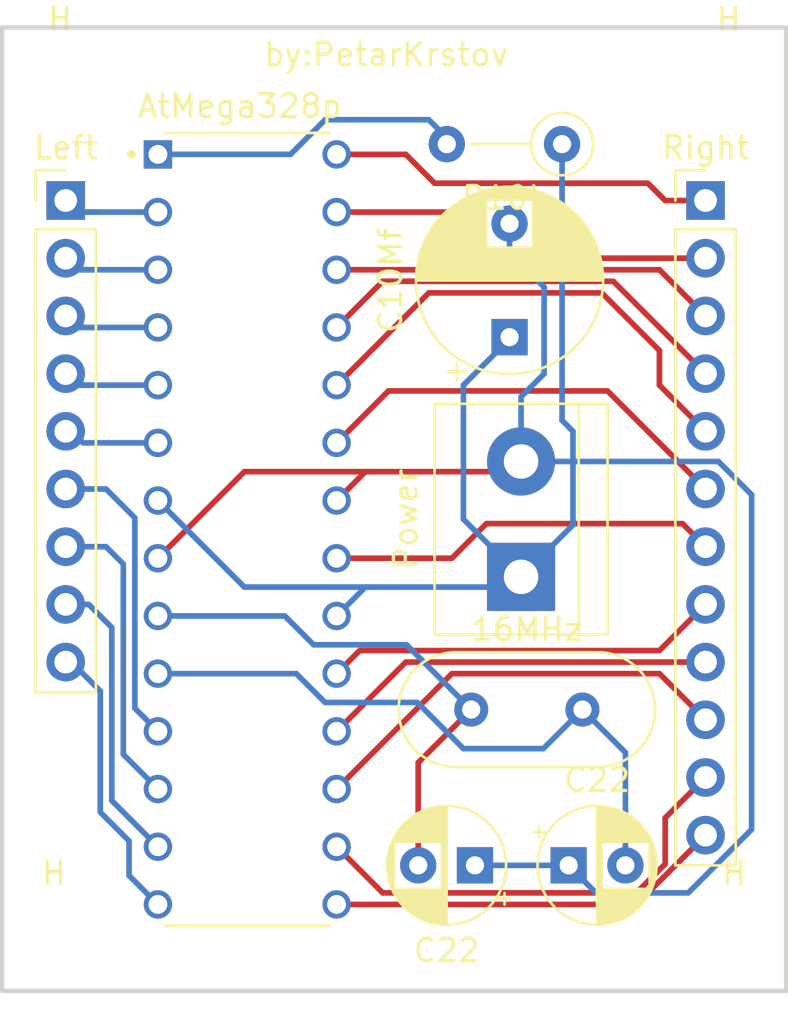
<source format=kicad_pcb>
(kicad_pcb (version 20221018) (generator pcbnew)
  (layers (0 "F.Cu" signal) (31 "B.Cu" signal) (34 "B.Paste" user) (35 "F.Paste" user) (36 "B.SilkS" user "B.Silkscreen") (37 "F.SilkS" user "F.Silkscreen") (38 "B.Mask" user) (39 "F.Mask" user) (44 "Edge.Cuts" user))
  (net 0 "")
  (footprint "Capacitor_THT:CP_Radial_D5.0mm_P2.50mm" (layer "F.Cu") (at 57.15 61.779349 180)
    (fp_text reference "C22" (at 1.25 -3.75) (layer "F.SilkS"))
    (fp_text value "C22")
    (pad "1" thru_hole rect (at 0 0 180) (size 1.6 1.6) (drill 0.8) (layers "*.Cu" "*.Mask"))
    (pad "2" thru_hole circle (at 2.5 0 180) (size 1.6 1.6) (drill 0.8) (layers "*.Cu" "*.Mask"))
  )
  (footprint "Connector_PinHeader_2.54mm:PinHeader_1x09_P2.54mm_Vertical" (layer "F.Cu") (at 39.116 32.512)
    (fp_text reference "Left" (at 0 -2.33) (layer "F.SilkS"))
    (fp_text value "Left")
    (pad "1" thru_hole rect (at 0 0) (size 1.7 1.7) (drill 1) (layers "*.Cu" "*.Mask"))
    (pad "2" thru_hole oval (at 0 2.54) (size 1.7 1.7) (drill 1) (layers "*.Cu" "*.Mask"))
    (pad "3" thru_hole oval (at 0 5.08) (size 1.7 1.7) (drill 1) (layers "*.Cu" "*.Mask"))
    (pad "4" thru_hole oval (at 0 7.62) (size 1.7 1.7) (drill 1) (layers "*.Cu" "*.Mask"))
    (pad "5" thru_hole oval (at 0 10.16) (size 1.7 1.7) (drill 1) (layers "*.Cu" "*.Mask"))
    (pad "6" thru_hole oval (at 0 12.7) (size 1.7 1.7) (drill 1) (layers "*.Cu" "*.Mask"))
    (pad "7" thru_hole oval (at 0 15.24) (size 1.7 1.7) (drill 1) (layers "*.Cu" "*.Mask"))
    (pad "8" thru_hole oval (at 0 17.78) (size 1.7 1.7) (drill 1) (layers "*.Cu" "*.Mask"))
    (pad "9" thru_hole oval (at 0 20.32) (size 1.7 1.7) (drill 1) (layers "*.Cu" "*.Mask"))
  )
  (footprint "MountingHole:MountingHole_2.2mm_M2_DIN965" (layer "F.Cu") (at 38.608 65.024)
    (fp_text reference "H" (at 0 -2.9) (layer "F.SilkS"))
    (fp_text value "H")
    (pad "" np_thru_hole circle (at 0 0) (size 2.2 2.2) (drill 2.2) (layers "*.Cu" "*.Mask"))
  )
  (footprint "Capacitor_THT:CP_Radial_D8.0mm_P5.00mm" (layer "F.Cu") (at 58.674 38.528 90)
    (fp_text reference "C10Mf" (at 2.5 -5.25 90) (layer "F.SilkS"))
    (fp_text value "C10Mf")
    (pad "+" thru_hole rect (at 0 0 90) (size 1.6 1.6) (drill 0.8) (layers "*.Cu" "*.Mask"))
    (pad "-" thru_hole circle (at 5 0 90) (size 1.6 1.6) (drill 0.8) (layers "*.Cu" "*.Mask"))
  )
  (footprint "TerminalBlock:TerminalBlock_bornier-2_P5.08mm" (layer "F.Cu") (at 59.182 49.079349 90)
    (fp_text reference "Power" (at 2.54 -5.08 90) (layer "F.SilkS"))
    (fp_text value "Power")
    (pad "+5v" thru_hole rect (at 0 0 90) (size 3 3) (drill 1.52) (layers "*.Cu" "*.Mask"))
    (pad "GND" thru_hole circle (at 5.08 0 90) (size 3 3) (drill 1.52) (layers "*.Cu" "*.Mask"))
  )
  (footprint "MountingHole:MountingHole_2.2mm_M2_DIN965" (layer "F.Cu") (at 68.58 65.024)
    (fp_text reference "H" (at 0 -2.9) (layer "F.SilkS"))
    (fp_text value "H")
    (pad "" np_thru_hole circle (at 0 0) (size 2.2 2.2) (drill 2.2) (layers "*.Cu" "*.Mask"))
  )
  (footprint "Resistor_THT:R_Axial_DIN0207_L6.3mm_D2.5mm_P5.08mm_Vertical" (layer "F.Cu") (at 60.989 30.029349 180)
    (fp_text reference "R10k" (at 2.54 -2.37) (layer "F.SilkS"))
    (fp_text value "R10k")
    (pad "1" thru_hole circle (at 0 0 180) (size 1.6 1.6) (drill 0.8) (layers "*.Cu" "*.Mask"))
    (pad "2" thru_hole oval (at 5.08 0 180) (size 1.6 1.6) (drill 0.8) (layers "*.Cu" "*.Mask"))
  )
  (footprint "MountingHole:MountingHole_2.2mm_M2_DIN965" (layer "F.Cu") (at 38.862 27.432)
    (fp_text reference "H" (at 0 -2.9) (layer "F.SilkS"))
    (fp_text value "H")
    (pad "" np_thru_hole circle (at 0 0) (size 2.2 2.2) (drill 2.2) (layers "F&B.Cu" "*.Mask"))
  )
  (footprint "Crystal:Crystal_HC18-U_Vertical" (layer "F.Cu") (at 56.986 54.921349)
    (fp_text reference "16MHz" (at 2.45 -3.525) (layer "F.SilkS"))
    (fp_text value "16MHz")
    (pad "1" thru_hole circle (at 0 0) (size 1.5 1.5) (drill 0.8) (layers "*.Cu" "*.Mask"))
    (pad "2" thru_hole circle (at 4.9 0) (size 1.5 1.5) (drill 0.8) (layers "*.Cu" "*.Mask"))
  )
  (footprint "Capacitor_THT:CP_Radial_D5.0mm_P2.50mm" (layer "F.Cu") (at 61.278888 61.779349)
    (fp_text reference "C22" (at 1.25 -3.75) (layer "F.SilkS"))
    (fp_text value "C22")
    (pad "1" thru_hole rect (at 0 0) (size 1.6 1.6) (drill 0.8) (layers "*.Cu" "*.Mask"))
    (pad "2" thru_hole circle (at 2.5 0) (size 1.6 1.6) (drill 0.8) (layers "*.Cu" "*.Mask"))
  )
  (footprint "Connector_PinHeader_2.54mm:PinHeader_1x12_P2.54mm_Vertical" (layer "F.Cu") (at 67.31 32.512)
    (fp_text reference "Right" (at 0 -2.33) (layer "F.SilkS"))
    (fp_text value "Right")
    (pad "1" thru_hole rect (at 0 0) (size 1.7 1.7) (drill 1) (layers "*.Cu" "*.Mask"))
    (pad "2" thru_hole oval (at 0 2.54) (size 1.7 1.7) (drill 1) (layers "*.Cu" "*.Mask"))
    (pad "3" thru_hole oval (at 0 5.08) (size 1.7 1.7) (drill 1) (layers "*.Cu" "*.Mask"))
    (pad "4" thru_hole oval (at 0 7.62) (size 1.7 1.7) (drill 1) (layers "*.Cu" "*.Mask"))
    (pad "5" thru_hole oval (at 0 10.16) (size 1.7 1.7) (drill 1) (layers "*.Cu" "*.Mask"))
    (pad "6" thru_hole oval (at 0 12.7) (size 1.7 1.7) (drill 1) (layers "*.Cu" "*.Mask"))
    (pad "7" thru_hole oval (at 0 15.24) (size 1.7 1.7) (drill 1) (layers "*.Cu" "*.Mask"))
    (pad "8" thru_hole oval (at 0 17.78) (size 1.7 1.7) (drill 1) (layers "*.Cu" "*.Mask"))
    (pad "9" thru_hole oval (at 0 20.32) (size 1.7 1.7) (drill 1) (layers "*.Cu" "*.Mask"))
    (pad "10" thru_hole oval (at 0 22.86) (size 1.7 1.7) (drill 1) (layers "*.Cu" "*.Mask"))
    (pad "11" thru_hole oval (at 0 25.4) (size 1.7 1.7) (drill 1) (layers "*.Cu" "*.Mask"))
    (pad "12" thru_hole oval (at 0 27.94) (size 1.7 1.7) (drill 1) (layers "*.Cu" "*.Mask"))
  )
  (footprint "ATMEGA328-PU:DIP787W46P254L3467H508Q28" (layer "F.Cu") (at 47.117 46.99)
    (fp_text reference "AtMega328p" (at -0.325 -18.635) (layer "F.SilkS"))
    (fp_text value "AtMega328")
    (pad "2" thru_hole circle (at -3.937 -13.97) (size 1.25 1.25) (drill 0.83) (layers "*.Cu" "*.Mask"))
    (pad "3" thru_hole circle (at -3.937 -11.43) (size 1.25 1.25) (drill 0.83) (layers "*.Cu" "*.Mask"))
    (pad "4" thru_hole circle (at -3.937 -8.89) (size 1.25 1.25) (drill 0.83) (layers "*.Cu" "*.Mask"))
    (pad "5" thru_hole circle (at -3.937 -6.35) (size 1.25 1.25) (drill 0.83) (layers "*.Cu" "*.Mask"))
    (pad "6" thru_hole circle (at -3.937 -3.81) (size 1.25 1.25) (drill 0.83) (layers "*.Cu" "*.Mask"))
    (pad "7" thru_hole circle (at -3.937 -1.27) (size 1.25 1.25) (drill 0.83) (layers "*.Cu" "*.Mask"))
    (pad "8" thru_hole circle (at -3.937 1.27) (size 1.25 1.25) (drill 0.83) (layers "*.Cu" "*.Mask"))
    (pad "9" thru_hole circle (at -3.937 3.81) (size 1.25 1.25) (drill 0.83) (layers "*.Cu" "*.Mask"))
    (pad "10" thru_hole circle (at -3.937 6.35) (size 1.25 1.25) (drill 0.83) (layers "*.Cu" "*.Mask"))
    (pad "11" thru_hole circle (at -3.937 8.89) (size 1.25 1.25) (drill 0.83) (layers "*.Cu" "*.Mask"))
    (pad "12" thru_hole circle (at -3.937 11.43) (size 1.25 1.25) (drill 0.83) (layers "*.Cu" "*.Mask"))
    (pad "13" thru_hole circle (at -3.937 13.97) (size 1.25 1.25) (drill 0.83) (layers "*.Cu" "*.Mask"))
    (pad "14" thru_hole circle (at -3.937 16.51) (size 1.25 1.25) (drill 0.83) (layers "*.Cu" "*.Mask"))
    (pad "15" thru_hole circle (at 3.937 16.51) (size 1.25 1.25) (drill 0.83) (layers "*.Cu" "*.Mask"))
    (pad "16" thru_hole circle (at 3.937 13.97) (size 1.25 1.25) (drill 0.83) (layers "*.Cu" "*.Mask"))
    (pad "17" thru_hole circle (at 3.937 11.43) (size 1.25 1.25) (drill 0.83) (layers "*.Cu" "*.Mask"))
    (pad "18" thru_hole circle (at 3.937 8.89) (size 1.25 1.25) (drill 0.83) (layers "*.Cu" "*.Mask"))
    (pad "19" thru_hole circle (at 3.937 6.35) (size 1.25 1.25) (drill 0.83) (layers "*.Cu" "*.Mask"))
    (pad "20" thru_hole circle (at 3.937 3.81) (size 1.25 1.25) (drill 0.83) (layers "*.Cu" "*.Mask"))
    (pad "21" thru_hole circle (at 3.937 1.27) (size 1.25 1.25) (drill 0.83) (layers "*.Cu" "*.Mask"))
    (pad "22" thru_hole circle (at 3.937 -1.27) (size 1.25 1.25) (drill 0.83) (layers "*.Cu" "*.Mask"))
    (pad "23" thru_hole circle (at 3.937 -3.81) (size 1.25 1.25) (drill 0.83) (layers "*.Cu" "*.Mask"))
    (pad "24" thru_hole circle (at 3.937 -6.35) (size 1.25 1.25) (drill 0.83) (layers "*.Cu" "*.Mask"))
    (pad "25" thru_hole circle (at 3.937 -8.89) (size 1.25 1.25) (drill 0.83) (layers "*.Cu" "*.Mask"))
    (pad "26" thru_hole circle (at 3.937 -11.43) (size 1.25 1.25) (drill 0.83) (layers "*.Cu" "*.Mask"))
    (pad "27" thru_hole circle (at 3.937 -13.97) (size 1.25 1.25) (drill 0.83) (layers "*.Cu" "*.Mask"))
    (pad "28" thru_hole circle (at 3.937 -16.51) (size 1.25 1.25) (drill 0.83) (layers "*.Cu" "*.Mask"))
    (pad "RESET" thru_hole rect (at -3.937 -16.51) (size 1.25 1.25) (drill 0.83) (layers "*.Cu" "*.Mask"))
  )
  (footprint "MountingHole:MountingHole_2.2mm_M2_DIN965" (layer "F.Cu") (at 68.326 27.432)
    (fp_text reference "H" (at 0 -2.9) (layer "F.SilkS"))
    (fp_text value "H")
    (pad "" np_thru_hole circle (at 0 0) (size 2.2 2.2) (drill 2.2) (layers "*.Cu" "*.Mask"))
  )
  (gr_rect (start 36.322 24.892) (end 70.866 67.31) (stroke (width 0.2)) (fill none) (layer "Edge.Cuts"))
  (gr_text "by:PetarKrstov" (at 47.752 26.67) (layer "F.SilkS") (effects (font (size 1 1)) (justify left bottom)))
  (segment (start 64.77 31.75) (end 65.532 32.512) (width 0.25) (layer "F.Cu") (net 0))
  (segment (start 56.134 53.34) (end 51.054 58.42) (width 0.25) (layer "F.Cu") (net 0))
  (segment (start 43.18 48.26) (end 46.99 44.45) (width 0.25) (layer "F.Cu") (net 0))
  (segment (start 56.986 54.921349) (end 54.65 57.257349) (width 0.25) (layer "F.Cu") (net 0))
  (segment (start 51.054 48.26) (end 56.134 48.26) (width 0.25) (layer "F.Cu") (net 0))
  (segment (start 65.278 53.34) (end 56.134 53.34) (width 0.25) (layer "F.Cu") (net 0))
  (segment (start 51.054 40.64) (end 55.118 36.576) (width 0.25) (layer "F.Cu") (net 0))
  (segment (start 51.054 30.48) (end 54.102 30.48) (width 0.25) (layer "F.Cu") (net 0))
  (segment (start 53.086 36.068) (end 63.246 36.068) (width 0.25) (layer "F.Cu") (net 0))
  (segment (start 51.054 38.1) (end 53.086 36.068) (width 0.25) (layer "F.Cu") (net 0))
  (segment (start 52.07 52.324) (end 65.278 52.324) (width 0.25) (layer "F.Cu") (net 0))
  (segment (start 56.134 48.26) (end 57.658 46.736) (width 0.25) (layer "F.Cu") (net 0))
  (segment (start 51.054 53.34) (end 52.07 52.324) (width 0.25) (layer "F.Cu") (net 0))
  (segment (start 57.658 46.736) (end 66.294 46.736) (width 0.25) (layer "F.Cu") (net 0))
  (segment (start 64.262 63.5) (end 67.31 60.452) (width 0.25) (layer "F.Cu") (net 0))
  (segment (start 58.731349 44.45) (end 59.182 43.999349) (width 0.25) (layer "F.Cu") (net 0))
  (segment (start 51.054 43.18) (end 53.34 40.894) (width 0.25) (layer "F.Cu") (net 0))
  (segment (start 65.278 40.64) (end 67.31 42.672) (width 0.25) (layer "F.Cu") (net 0))
  (segment (start 65.278 52.324) (end 67.31 50.292) (width 0.25) (layer "F.Cu") (net 0))
  (segment (start 54.102 52.832) (end 67.31 52.832) (width 0.25) (layer "F.Cu") (net 0))
  (segment (start 46.99 44.45) (end 52.578 44.45) (width 0.25) (layer "F.Cu") (net 0))
  (segment (start 65.278 35.56) (end 67.31 37.592) (width 0.25) (layer "F.Cu") (net 0))
  (segment (start 65.278 39.116) (end 65.278 40.64) (width 0.25) (layer "F.Cu") (net 0))
  (segment (start 63.246 36.068) (end 67.31 40.132) (width 0.25) (layer "F.Cu") (net 0))
  (segment (start 55.372 31.75) (end 64.77 31.75) (width 0.25) (layer "F.Cu") (net 0))
  (segment (start 52.324 44.45) (end 52.578 44.45) (width 0.25) (layer "F.Cu") (net 0))
  (segment (start 54.65 57.257349) (end 54.65 61.779349) (width 0.25) (layer "F.Cu") (net 0))
  (segment (start 51.054 35.56) (end 65.278 35.56) (width 0.25) (layer "F.Cu") (net 0))
  (segment (start 51.054 63.5) (end 64.262 63.5) (width 0.25) (layer "F.Cu") (net 0))
  (segment (start 53.086 62.992) (end 64.262 62.992) (width 0.25) (layer "F.Cu") (net 0))
  (segment (start 51.054 55.88) (end 54.102 52.832) (width 0.25) (layer "F.Cu") (net 0))
  (segment (start 54.102 30.48) (end 55.372 31.75) (width 0.25) (layer "F.Cu") (net 0))
  (segment (start 55.88 33.02) (end 51.054 33.02) (width 0.25) (layer "F.Cu") (net 0))
  (segment (start 65.532 32.512) (end 67.31 32.512) (width 0.25) (layer "F.Cu") (net 0))
  (segment (start 55.118 36.576) (end 62.738 36.576) (width 0.25) (layer "F.Cu") (net 0))
  (segment (start 65.532 61.722) (end 65.532 59.69) (width 0.25) (layer "F.Cu") (net 0))
  (segment (start 64.262 62.992) (end 65.532 61.722) (width 0.25) (layer "F.Cu") (net 0))
  (segment (start 51.054 60.96) (end 53.086 62.992) (width 0.25) (layer "F.Cu") (net 0))
  (segment (start 52.578 44.45) (end 58.731349 44.45) (width 0.25) (layer "F.Cu") (net 0))
  (segment (start 66.294 46.736) (end 67.31 47.752) (width 0.25) (layer "F.Cu") (net 0))
  (segment (start 51.054 45.72) (end 52.324 44.45) (width 0.25) (layer "F.Cu") (net 0))
  (segment (start 65.532 59.69) (end 67.31 57.912) (width 0.25) (layer "F.Cu") (net 0))
  (segment (start 57.912 35.052) (end 55.88 33.02) (width 0.25) (layer "F.Cu") (net 0))
  (segment (start 67.31 55.372) (end 65.278 53.34) (width 0.25) (layer "F.Cu") (net 0))
  (segment (start 67.31 35.052) (end 57.912 35.052) (width 0.25) (layer "F.Cu") (net 0))
  (segment (start 62.738 36.576) (end 65.278 39.116) (width 0.25) (layer "F.Cu") (net 0))
  (segment (start 53.34 40.894) (end 62.992 40.894) (width 0.25) (layer "F.Cu") (net 0))
  (segment (start 62.992 40.894) (end 67.31 45.212) (width 0.25) (layer "F.Cu") (net 0))
  (segment (start 39.116 47.752) (end 40.894 47.752) (width 0.25) (layer "B.Cu") (net 0))
  (segment (start 50.546 28.956) (end 55.118 28.956) (width 0.25) (layer "B.Cu") (net 0))
  (segment (start 41.148 58.928) (end 41.148 51.308) (width 0.25) (layer "B.Cu") (net 0))
  (segment (start 59.182 43.999349) (end 59.182 41.148) (width 0.25) (layer "B.Cu") (net 0))
  (segment (start 39.878 40.64) (end 39.37 40.132) (width 0.25) (layer "B.Cu") (net 0))
  (segment (start 43.18 60.96) (end 41.148 58.928) (width 0.25) (layer "B.Cu") (net 0))
  (segment (start 69.342 45.466) (end 67.875349 43.999349) (width 0.25) (layer "B.Cu") (net 0))
  (segment (start 40.64 33.02) (end 39.878 33.02) (width 0.25) (layer "B.Cu") (net 0))
  (segment (start 39.878 38.1) (end 39.37 37.592) (width 0.25) (layer "B.Cu") (net 0))
  (segment (start 39.116 42.672) (end 39.37 42.672) (width 0.25) (layer "B.Cu") (net 0))
  (segment (start 59.182 49.079349) (end 56.642 46.539349) (width 0.25) (layer "B.Cu") (net 0))
  (segment (start 39.878 43.18) (end 43.18 43.18) (width 0.25) (layer "B.Cu") (net 0))
  (segment (start 39.116 40.132) (end 39.624 40.64) (width 0.25) (layer "B.Cu") (net 0))
  (segment (start 61.278888 61.786888) (end 62.484 62.992) (width 0.25) (layer "B.Cu") (net 0))
  (segment (start 61.468 42.672) (end 61.468 46.793349) (width 0.25) (layer "B.Cu") (net 0))
  (segment (start 61.886 54.921349) (end 63.778888 56.814237) (width 0.25) (layer "B.Cu") (net 0))
  (segment (start 40.132 40.64) (end 39.878 40.64) (width 0.25) (layer "B.Cu") (net 0))
  (segment (start 40.64 59.436) (end 41.91 60.706) (width 0.25) (layer "B.Cu") (net 0))
  (segment (start 56.642 46.539349) (end 56.642 40.64) (width 0.25) (layer "B.Cu") (net 0))
  (segment (start 60.989 42.193) (end 61.468 42.672) (width 0.25) (layer "B.Cu") (net 0))
  (segment (start 43.18 45.72) (end 46.99 49.53) (width 0.25) (layer "B.Cu") (net 0))
  (segment (start 49.276 53.34) (end 50.546 54.61) (width 0.25) (layer "B.Cu") (net 0))
  (segment (start 62.484 62.992) (end 66.548 62.992) (width 0.25) (layer "B.Cu") (net 0))
  (segment (start 66.548 62.992) (end 69.342 60.198) (width 0.25) (layer "B.Cu") (net 0))
  (segment (start 39.878 35.56) (end 39.37 35.052) (width 0.25) (layer "B.Cu") (net 0))
  (segment (start 69.342 60.198) (end 69.342 45.466) (width 0.25) (layer "B.Cu") (net 0))
  (segment (start 54.134651 52.07) (end 56.986 54.921349) (width 0.25) (layer "B.Cu") (net 0))
  (segment (start 43.18 30.48) (end 49.022 30.48) (width 0.25) (layer "B.Cu") (net 0))
  (segment (start 42.164 54.864) (end 43.18 55.88) (width 0.25) (layer "B.Cu") (net 0))
  (segment (start 58.674 34.798) (end 58.674 33.528) (width 0.25) (layer "B.Cu") (net 0))
  (segment (start 58.731349 49.53) (end 59.182 49.079349) (width 0.25) (layer "B.Cu") (net 0))
  (segment (start 50.038 52.07) (end 54.134651 52.07) (width 0.25) (layer "B.Cu") (net 0))
  (segment (start 40.386 35.56) (end 39.878 35.56) (width 0.25) (layer "B.Cu") (net 0))
  (segment (start 43.18 38.1) (end 40.64 38.1) (width 0.25) (layer "B.Cu") (net 0))
  (segment (start 46.99 49.53) (end 52.832 49.53) (width 0.25) (layer "B.Cu") (net 0))
  (segment (start 43.18 50.8) (end 48.768 50.8) (width 0.25) (layer "B.Cu") (net 0))
  (segment (start 43.18 35.56) (end 40.386 35.56) (width 0.25) (layer "B.Cu") (net 0))
  (segment (start 39.116 35.052) (end 39.624 35.56) (width 0.25) (layer "B.Cu") (net 0))
  (segment (start 41.656 56.896) (end 43.18 58.42) (width 0.25) (layer "B.Cu") (net 0))
  (segment (start 40.894 47.752) (end 41.656 48.514) (width 0.25) (layer "B.Cu") (net 0))
  (segment (start 60.198 40.132) (end 60.198 36.322) (width 0.25) (layer "B.Cu") (net 0))
  (segment (start 41.91 62.23) (end 43.18 63.5) (width 0.25) (layer "B.Cu") (net 0))
  (segment (start 56.642 56.642) (end 60.165349 56.642) (width 0.25) (layer "B.Cu") (net 0))
  (segment (start 43.18 53.34) (end 49.276 53.34) (width 0.25) (layer "B.Cu") (net 0))
  (segment (start 67.875349 43.999349) (end 59.182 43.999349) (width 0.25) (layer "B.Cu") (net 0))
  (segment (start 48.768 50.8) (end 50.038 52.07) (width 0.25) (layer "B.Cu") (net 0))
  (segment (start 39.116 50.292) (end 40.132 50.292) (width 0.25) (layer "B.Cu") (net 0))
  (segment (start 43.18 33.02) (end 40.64 33.02) (width 0.25) (layer "B.Cu") (net 0))
  (segment (start 55.118 28.956) (end 55.909 29.747) (width 0.25) (layer "B.Cu") (net 0))
  (segment (start 57.15 61.779349) (end 61.278888 61.779349) (width 0.25) (layer "B.Cu") (net 0))
  (segment (start 39.116 52.832) (end 39.37 52.832) (width 0.25) (layer "B.Cu") (net 0))
  (segment (start 60.165349 56.642) (end 61.886 54.921349) (width 0.25) (layer "B.Cu") (net 0))
  (segment (start 41.148 51.308) (end 40.132 50.292) (width 0.25) (layer "B.Cu") (net 0))
  (segment (start 43.18 40.64) (end 40.132 40.64) (width 0.25) (layer "B.Cu") (net 0))
  (segment (start 59.182 41.148) (end 60.198 40.132) (width 0.25) (layer "B.Cu") (net 0))
  (segment (start 60.989 30.029349) (end 60.989 42.193) (width 0.25) (layer "B.Cu") (net 0))
  (segment (start 41.91 60.706) (end 41.91 62.23) (width 0.25) (layer "B.Cu") (net 0))
  (segment (start 61.468 46.793349) (end 59.182 49.079349) (width 0.25) (layer "B.Cu") (net 0))
  (segment (start 52.832 49.53) (end 58.731349 49.53) (width 0.25) (layer "B.Cu") (net 0))
  (segment (start 40.64 54.102) (end 40.64 59.436) (width 0.25) (layer "B.Cu") (net 0))
  (segment (start 39.624 35.56) (end 40.386 35.56) (width 0.25) (layer "B.Cu") (net 0))
  (segment (start 50.546 54.61) (end 54.61 54.61) (width 0.25) (layer "B.Cu") (net 0))
  (segment (start 39.624 40.64) (end 40.132 40.64) (width 0.25) (layer "B.Cu") (net 0))
  (segment (start 56.642 40.64) (end 58.674 38.608) (width 0.25) (layer "B.Cu") (net 0))
  (segment (start 42.164 46.482) (end 42.164 54.864) (width 0.25) (layer "B.Cu") (net 0))
  (segment (start 39.37 42.672) (end 39.878 43.18) (width 0.25) (layer "B.Cu") (net 0))
  (segment (start 61.278888 61.779349) (end 61.278888 61.786888) (width 0.25) (layer "B.Cu") (net 0))
  (segment (start 40.64 33.02) (end 39.624 33.02) (width 0.25) (layer "B.Cu") (net 0))
  (segment (start 39.624 33.02) (end 39.116 32.512) (width 0.25) (layer "B.Cu") (net 0))
  (segment (start 41.656 48.514) (end 41.656 56.896) (width 0.25) (layer "B.Cu") (net 0))
  (segment (start 39.878 33.02) (end 39.37 32.512) (width 0.25) (layer "B.Cu") (net 0))
  (segment (start 39.116 37.592) (end 39.624 38.1) (width 0.25) (layer "B.Cu") (net 0))
  (segment (start 40.894 45.212) (end 42.164 46.482) (width 0.25) (layer "B.Cu") (net 0))
  (segment (start 39.624 38.1) (end 40.64 38.1) (width 0.25) (layer "B.Cu") (net 0))
  (segment (start 39.37 52.832) (end 40.64 54.102) (width 0.25) (layer "B.Cu") (net 0))
  (segment (start 40.64 38.1) (end 39.878 38.1) (width 0.25) (layer "B.Cu") (net 0))
  (segment (start 51.054 50.8) (end 52.324 49.53) (width 0.25) (layer "B.Cu") (net 0))
  (segment (start 55.909 29.747) (end 55.909 30.029349) (width 0.25) (layer "B.Cu") (net 0))
  (segment (start 54.61 54.61) (end 56.642 56.642) (width 0.25) (layer "B.Cu") (net 0))
  (segment (start 63.778888 56.814237) (end 63.778888 61.779349) (width 0.25) (layer "B.Cu") (net 0))
  (segment (start 58.674 38.608) (end 58.674 38.528) (width 0.25) (layer "B.Cu") (net 0))
  (segment (start 39.116 45.212) (end 40.894 45.212) (width 0.25) (layer "B.Cu") (net 0))
  (segment (start 60.198 36.322) (end 58.674 34.798) (width 0.25) (layer "B.Cu") (net 0))
  (segment (start 52.324 49.53) (end 52.832 49.53) (width 0.25) (layer "B.Cu") (net 0))
  (segment (start 49.022 30.48) (end 50.546 28.956) (width 0.25) (layer "B.Cu") (net 0))
)
</source>
